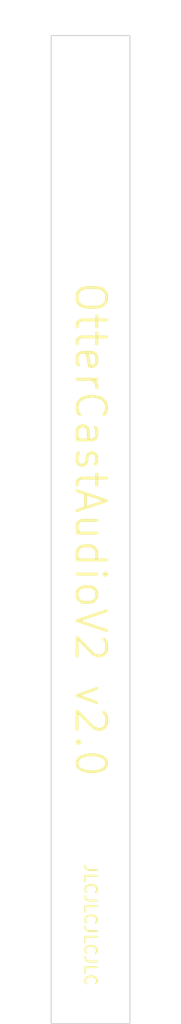
<source format=kicad_pcb>
(kicad_pcb (version 20171130) (host pcbnew 5.1.5+dfsg1-2build2)

  (general
    (thickness 1.6)
    (drawings 6)
    (tracks 0)
    (zones 0)
    (modules 1)
    (nets 1)
  )

  (page A4)
  (layers
    (0 F.Cu signal)
    (1 In1.Cu signal)
    (2 In2.Cu signal)
    (31 B.Cu signal)
    (32 B.Adhes user)
    (33 F.Adhes user)
    (34 B.Paste user)
    (35 F.Paste user)
    (36 B.SilkS user)
    (37 F.SilkS user)
    (38 B.Mask user)
    (39 F.Mask user)
    (40 Dwgs.User user)
    (41 Cmts.User user)
    (42 Eco1.User user)
    (43 Eco2.User user)
    (44 Edge.Cuts user)
    (45 Margin user)
    (46 B.CrtYd user)
    (47 F.CrtYd user)
    (48 B.Fab user)
    (49 F.Fab user)
  )

  (setup
    (last_trace_width 0.25)
    (trace_clearance 0.2)
    (zone_clearance 0.508)
    (zone_45_only no)
    (trace_min 0.2)
    (via_size 0.8)
    (via_drill 0.4)
    (via_min_size 0.4)
    (via_min_drill 0.3)
    (uvia_size 0.3)
    (uvia_drill 0.1)
    (uvias_allowed no)
    (uvia_min_size 0.2)
    (uvia_min_drill 0.1)
    (edge_width 0.05)
    (segment_width 0.2)
    (pcb_text_width 0.3)
    (pcb_text_size 1.5 1.5)
    (mod_edge_width 0.12)
    (mod_text_size 1 1)
    (mod_text_width 0.15)
    (pad_size 1.524 1.524)
    (pad_drill 0.762)
    (pad_to_mask_clearance 0.051)
    (solder_mask_min_width 0.25)
    (aux_axis_origin 0 0)
    (visible_elements FFFFFF7F)
    (pcbplotparams
      (layerselection 0x010fc_ffffffff)
      (usegerberextensions true)
      (usegerberattributes false)
      (usegerberadvancedattributes false)
      (creategerberjobfile false)
      (excludeedgelayer true)
      (linewidth 0.100000)
      (plotframeref false)
      (viasonmask false)
      (mode 1)
      (useauxorigin false)
      (hpglpennumber 1)
      (hpglpenspeed 20)
      (hpglpendiameter 15.000000)
      (psnegative false)
      (psa4output false)
      (plotreference true)
      (plotvalue true)
      (plotinvisibletext false)
      (padsonsilk false)
      (subtractmaskfromsilk false)
      (outputformat 1)
      (mirror false)
      (drillshape 0)
      (scaleselection 1)
      (outputdirectory "gerber"))
  )

  (net 0 "")

  (net_class Default "This is the default net class."
    (clearance 0.2)
    (trace_width 0.25)
    (via_dia 0.8)
    (via_drill 0.4)
    (uvia_dia 0.3)
    (uvia_drill 0.1)
  )

  (module otter:JLC_fiducial (layer F.Cu) (tedit 5E01237E) (tstamp 5FB73B09)
    (at 52 52)
    (fp_text reference REF** (at 0 -1.95) (layer F.SilkS) hide
      (effects (font (size 1 1) (thickness 0.15)))
    )
    (fp_text value JLC_fiducial (at 0 -2.95) (layer F.Fab)
      (effects (font (size 1 1) (thickness 0.15)))
    )
    (pad "" np_thru_hole circle (at 0 0) (size 1.152 1.152) (drill 1.152) (layers *.Cu *.Mask))
  )

  (gr_text JLCJLCJLCJLC (at 52 95 270) (layer F.SilkS)
    (effects (font (size 0.6 0.6) (thickness 0.1)))
  )
  (gr_text "OtterCastAudioV2 v2.0" (at 52 75 270) (layer F.SilkS)
    (effects (font (size 1.5 1.5) (thickness 0.15)))
  )
  (gr_line (start 50 100) (end 50 50) (layer Edge.Cuts) (width 0.05) (tstamp 5FB73B0A))
  (gr_line (start 54 100) (end 50 100) (layer Edge.Cuts) (width 0.05))
  (gr_line (start 54 50) (end 54 100) (layer Edge.Cuts) (width 0.05))
  (gr_line (start 50 50) (end 54 50) (layer Edge.Cuts) (width 0.05))

)

</source>
